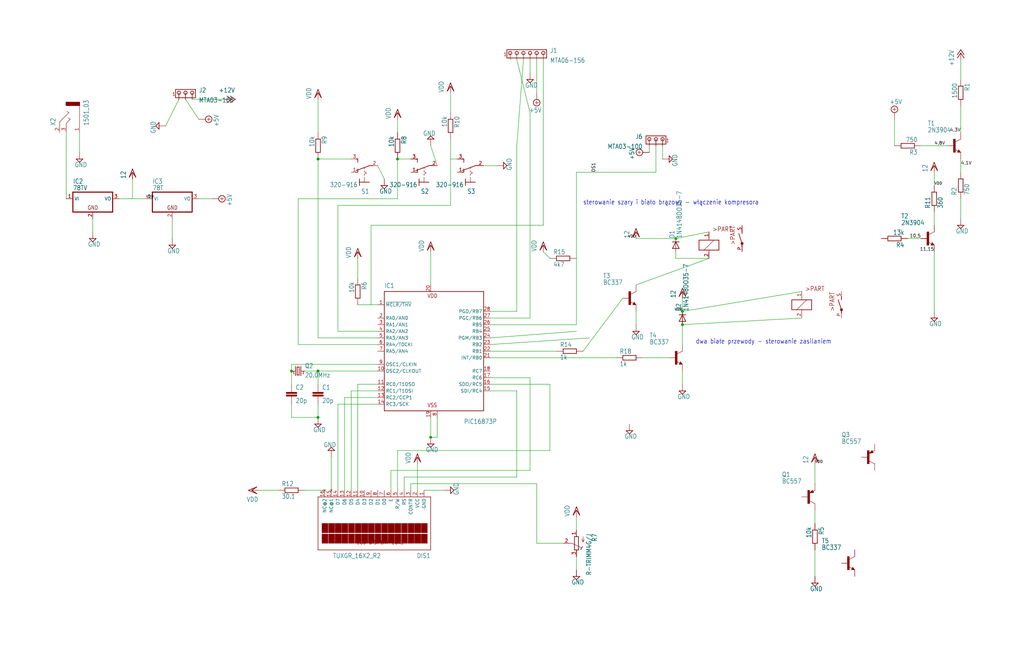
<source format=kicad_sch>
(kicad_sch (version 20211123) (generator eeschema)
  (paper "User" 392.582 247.625)
  (lib_symbols
    (symbol "schemat_regulatora-eagle-import:+12V" (power)
      (property "Value" "+12V" (at -2.54 -5.08 90))
      (symbol "+12V_1_0"
        (pin power_in line (at 0 -2.54 90) (length 2.54) (name "+12V") (number "1"))
      )
    )
    (symbol "schemat_regulatora-eagle-import:+5V" (power)
      (property "Value" "+5V" (at -1.905 3.175 0))
      (symbol "+5V_1_0"
        (pin power_in line (at 0 -2.54 90) (length 2.54) (name "+5V") (number "1"))
      )
    )
    (symbol "schemat_regulatora-eagle-import:1501_03"
      (property "Reference" "X" (at -2.54 6.604 0))
      (property "Value" "1501_03" (at -2.54 -6.096 0))
      (symbol "1501_03_1_0"
        (pin passive line (at -5.08 -2.54 0) (length 2.54) (name "1") (number "1"))
        (pin passive line (at -5.08 5.08 0) (length 2.54) (name "2") (number "2"))
        (pin passive line (at -5.08 2.54 0) (length 2.54) (name "3") (number "3"))
      )
    )
    (symbol "schemat_regulatora-eagle-import:1N4148DO35-7"
      (property "Reference" "D" (at 2.54 0.4826 0))
      (property "Value" "1N4148DO35-7" (at 2.54 -2.3114 0))
      (symbol "1N4148DO35-7_1_0"
        (pin passive line (at -2.54 0 0) (length 2.54) (name "A") (number "A"))
        (pin passive line (at 2.54 0 180) (length 2.54) (name "C") (number "C"))
      )
    )
    (symbol "schemat_regulatora-eagle-import:2N3904"
      (property "Reference" "T" (at -10.16 7.62 0))
      (property "Value" "2N3904" (at -10.16 5.08 0))
      (symbol "2N3904_1_0"
        (pin passive line (at 2.54 5.08 270) (length 2.54) (name "C") (number "1"))
        (pin passive line (at -2.54 0 0) (length 2.54) (name "B") (number "2"))
        (pin passive line (at 2.54 -5.08 90) (length 2.54) (name "E") (number "3"))
      )
    )
    (symbol "schemat_regulatora-eagle-import:320-916"
      (property "Reference" "S" (at -6.35 -1.905 90))
      (property "Value" "320-916" (at -3.81 2.54 90))
      (symbol "320-916_1_0"
        (pin passive line (at 0 5.08 270) (length 2.54) (name "O") (number "1"))
        (pin passive line (at 2.54 -5.08 90) (length 2.54) (name "P") (number "2"))
        (pin passive line (at 5.08 5.08 270) (length 2.54) (name "S") (number "3"))
      )
    )
    (symbol "schemat_regulatora-eagle-import:78T"
      (property "Reference" "IC" (at -7.62 5.715 0))
      (property "Value" "78T" (at -7.62 3.175 0))
      (symbol "78T_1_0"
        (text "GND" (at -2.032 -4.318 0) (effects (font (size 1.524 1.2954)) (justify left bottom)))
        (pin input line (at -10.16 0 0) (length 2.54) (name "VI") (number "1"))
        (pin passive line (at 0 -7.62 90) (length 2.54) (name "GND") (number "2"))
        (pin passive line (at 10.16 0 180) (length 2.54) (name "VO") (number "3"))
      )
    )
    (symbol "schemat_regulatora-eagle-import:78TV"
      (property "Reference" "IC" (at -7.62 5.715 0))
      (property "Value" "78TV" (at -7.62 3.175 0))
      (symbol "78TV_1_0"
        (text "GND" (at -2.032 -4.318 0) (effects (font (size 1.524 1.2954)) (justify left bottom)))
        (pin input line (at -10.16 0 0) (length 2.54) (name "VI") (number "1"))
        (pin passive line (at 0 -7.62 90) (length 2.54) (name "GND") (number "2"))
        (pin passive line (at 10.16 0 180) (length 2.54) (name "VO") (number "3"))
      )
    )
    (symbol "schemat_regulatora-eagle-import:BC337"
      (property "Reference" "T" (at -10.16 7.62 0))
      (property "Value" "BC337" (at -10.16 5.08 0))
      (symbol "BC337_1_0"
        (pin passive line (at 2.54 -5.08 90) (length 2.54) (name "E") (number "1"))
        (pin passive line (at -2.54 0 0) (length 2.54) (name "B") (number "2"))
        (pin passive line (at 2.54 5.08 270) (length 2.54) (name "C") (number "3"))
      )
    )
    (symbol "schemat_regulatora-eagle-import:BC557"
      (property "Reference" "Q" (at -10.16 7.62 0))
      (property "Value" "BC557" (at -10.16 5.08 0))
      (symbol "BC557_1_0"
        (pin passive line (at 2.54 5.08 270) (length 2.54) (name "E") (number "1"))
        (pin passive line (at -2.54 0 0) (length 2.54) (name "B") (number "2"))
        (pin passive line (at 2.54 -5.08 90) (length 2.54) (name "C") (number "3"))
      )
    )
    (symbol "schemat_regulatora-eagle-import:C5{slash}4.5"
      (property "Reference" "C" (at 1.524 0.381 0))
      (property "Value" "C5{slash}4.5" (at 1.524 -4.699 0))
      (symbol "C5{slash}4.5_1_0"
        (pin passive line (at 0 2.54 270) (length 2.54) (name "1") (number "1"))
        (pin passive line (at 0 -5.08 90) (length 2.54) (name "2") (number "2"))
      )
    )
    (symbol "schemat_regulatora-eagle-import:CRYSTALHC49S"
      (property "Reference" "Q" (at 2.54 1.016 0))
      (property "Value" "CRYSTALHC49S" (at 2.54 -2.54 0))
      (symbol "CRYSTALHC49S_1_0"
        (text "1" (at -2.159 -1.143 0) (effects (font (size 0.8636 0.734)) (justify left bottom)))
        (text "2" (at 1.524 -1.143 0) (effects (font (size 0.8636 0.734)) (justify left bottom)))
        (pin passive line (at -2.54 0 0) (length 0) (name "1") (number "1"))
        (pin passive line (at 2.54 0 180) (length 0) (name "2") (number "2"))
      )
    )
    (symbol "schemat_regulatora-eagle-import:G2RA"
      (symbol "G2RA_1_0"
        (text ">PART" (at 1.27 5.08 0) (effects (font (size 1.778 1.5113)) (justify left bottom)))
        (pin passive line (at 0 5.08 270) (length 2.54) (name "1") (number "1"))
        (pin passive line (at 0 -5.08 90) (length 2.54) (name "2") (number "2"))
      )
      (symbol "G2RA_2_0"
        (text ">PART" (at -2.54 -2.54 900) (effects (font (size 1.778 1.5113)) (justify left bottom)))
        (pin passive line (at 0 -5.08 90) (length 2.54) (name "P") (number "P"))
        (pin passive line (at 0 5.08 270) (length 2.54) (name "S") (number "S"))
      )
    )
    (symbol "schemat_regulatora-eagle-import:GND" (power)
      (property "Value" "GND" (at -1.905 -3.175 0))
      (symbol "GND_1_0"
        (pin power_in line (at 0 2.54 270) (length 2.54) (name "GND") (number "1"))
      )
    )
    (symbol "schemat_regulatora-eagle-import:MTA03-100"
      (property "Reference" "J" (at 5.08 0 0))
      (property "Value" "MTA03-100" (at 5.08 -3.81 0))
      (symbol "MTA03-100_1_0"
        (text "1" (at -5.08 -1.27 0) (effects (font (size 1.27 1.0795)) (justify left bottom)))
        (pin passive line (at -2.54 -2.54 90) (length 2.54) (name "1") (number "1"))
        (pin passive line (at 0 -2.54 90) (length 2.54) (name "2") (number "2"))
        (pin passive line (at 2.54 -2.54 90) (length 2.54) (name "3") (number "3"))
      )
    )
    (symbol "schemat_regulatora-eagle-import:MTA06-156"
      (property "Reference" "J" (at 15.24 0 0))
      (property "Value" "MTA06-156" (at 15.24 -3.81 0))
      (symbol "MTA06-156_1_0"
        (text "1" (at -2.54 -1.27 0) (effects (font (size 1.27 1.0795)) (justify left bottom)))
        (pin passive line (at 0 -2.54 90) (length 2.54) (name "1") (number "1"))
        (pin passive line (at 2.54 -2.54 90) (length 2.54) (name "2") (number "2"))
        (pin passive line (at 5.08 -2.54 90) (length 2.54) (name "3") (number "3"))
        (pin passive line (at 7.62 -2.54 90) (length 2.54) (name "4") (number "4"))
        (pin passive line (at 10.16 -2.54 90) (length 2.54) (name "5") (number "5"))
        (pin passive line (at 12.7 -2.54 90) (length 2.54) (name "6") (number "6"))
      )
    )
    (symbol "schemat_regulatora-eagle-import:PIC16873P"
      (property "Reference" "IC" (at -17.78 24.13 0))
      (property "Value" "PIC16873P" (at 7.62 -25.4 0))
      (symbol "PIC16873P_1_0"
        (text "VDD" (at -1.27 20.32 0) (effects (font (size 1.524 1.2954)) (justify left bottom)))
        (text "VSS" (at -1.27 -21.59 0) (effects (font (size 1.524 1.2954)) (justify left bottom)))
        (pin input line (at -20.32 17.78 0) (length 2.54) (name "~{MCLR/THV}") (number "1"))
        (pin output line (at -20.32 -7.62 0) (length 2.54) (name "OSC2/CLKOUT") (number "10"))
        (pin bidirectional line (at -20.32 -12.7 0) (length 2.54) (name "RC0/T1OSO") (number "11"))
        (pin bidirectional line (at -20.32 -15.24 0) (length 2.54) (name "RC1/T1OSI") (number "12"))
        (pin bidirectional line (at -20.32 -17.78 0) (length 2.54) (name "RC2/CCP1") (number "13"))
        (pin bidirectional line (at -20.32 -20.32 0) (length 2.54) (name "RC3/SCK") (number "14"))
        (pin bidirectional line (at 22.86 -15.24 180) (length 2.54) (name "SDI/RC4") (number "15"))
        (pin bidirectional line (at 22.86 -12.7 180) (length 2.54) (name "SDO/RC5") (number "16"))
        (pin bidirectional line (at 22.86 -10.16 180) (length 2.54) (name "RC6") (number "17"))
        (pin bidirectional line (at 22.86 -7.62 180) (length 2.54) (name "RC7") (number "18"))
        (pin power_in line (at 0 -25.4 90) (length 2.54) (name "VSS@1") (number "19"))
        (pin bidirectional line (at -20.32 12.7 0) (length 2.54) (name "RA0/AN0") (number "2"))
        (pin power_in line (at 0 25.4 270) (length 2.54) (name "VDD") (number "20"))
        (pin bidirectional line (at 22.86 -2.54 180) (length 2.54) (name "INT/RB0") (number "21"))
        (pin bidirectional line (at 22.86 0 180) (length 2.54) (name "RB1") (number "22"))
        (pin bidirectional line (at 22.86 2.54 180) (length 2.54) (name "RB2") (number "23"))
        (pin bidirectional line (at 22.86 5.08 180) (length 2.54) (name "PGM/RB3") (number "24"))
        (pin bidirectional line (at 22.86 7.62 180) (length 2.54) (name "RB4") (number "25"))
        (pin bidirectional line (at 22.86 10.16 180) (length 2.54) (name "RB5") (number "26"))
        (pin bidirectional line (at 22.86 12.7 180) (length 2.54) (name "PGC/RB6") (number "27"))
        (pin bidirectional line (at 22.86 15.24 180) (length 2.54) (name "PGD/RB7") (number "28"))
        (pin bidirectional line (at -20.32 10.16 0) (length 2.54) (name "RA1/AN1") (number "3"))
        (pin bidirectional line (at -20.32 7.62 0) (length 2.54) (name "RA2/AN2") (number "4"))
        (pin bidirectional line (at -20.32 5.08 0) (length 2.54) (name "RA3/AN3") (number "5"))
        (pin bidirectional line (at -20.32 2.54 0) (length 2.54) (name "RA4/T0CKI") (number "6"))
        (pin bidirectional line (at -20.32 0 0) (length 2.54) (name "RA5/AN4") (number "7"))
        (pin power_in line (at 2.54 -25.4 90) (length 2.54) (name "VSS") (number "8"))
        (pin input line (at -20.32 -5.08 0) (length 2.54) (name "OSC1/CLKIN") (number "9"))
      )
    )
    (symbol "schemat_regulatora-eagle-import:R-EU_0204{slash}7"
      (property "Reference" "R" (at -3.81 1.4986 0))
      (property "Value" "R-EU_0204{slash}7" (at -3.81 -3.302 0))
      (symbol "R-EU_0204{slash}7_1_0"
        (pin passive line (at -5.08 0 0) (length 2.54) (name "1") (number "1"))
        (pin passive line (at 5.08 0 180) (length 2.54) (name "2") (number "2"))
      )
    )
    (symbol "schemat_regulatora-eagle-import:R-TRIMM4G{slash}J"
      (property "Reference" "R" (at -5.969 -3.81 90))
      (property "Value" "R-TRIMM4G{slash}J" (at -3.81 -3.81 90))
      (symbol "R-TRIMM4G{slash}J_1_0"
        (pin passive line (at 0 -5.08 90) (length 2.54) (name "E") (number "1"))
        (pin passive line (at 5.08 0 180) (length 2.54) (name "S") (number "2"))
        (pin passive line (at 0 5.08 270) (length 2.54) (name "A") (number "3"))
      )
    )
    (symbol "schemat_regulatora-eagle-import:TUXGR_16X2_R2"
      (property "Reference" "DIS" (at -20.32 13.97 0))
      (property "Value" "TUXGR_16X2_R2" (at -1.27 13.97 0))
      (symbol "TUXGR_16X2_R2_1_0"
        (text "LCD DISPLAY 16x2" (at -10.16 10.668 0) (effects (font (size 1.524 1.2954)) (justify left bottom)))
        (pin power_in line (at -17.78 -10.16 90) (length 2.54) (name "GND") (number "1"))
        (pin input line (at 5.08 -10.16 90) (length 2.54) (name "D3") (number "10"))
        (pin input line (at 7.62 -10.16 90) (length 2.54) (name "D4") (number "11"))
        (pin input line (at 10.16 -10.16 90) (length 2.54) (name "D5") (number "12"))
        (pin input line (at 12.7 -10.16 90) (length 2.54) (name "D6") (number "13"))
        (pin input line (at 15.24 -10.16 90) (length 2.54) (name "D7") (number "14"))
        (pin no_connect line (at 17.78 -10.16 90) (length 2.54) (name "NC@1") (number "15"))
        (pin no_connect line (at 20.32 -10.16 90) (length 2.54) (name "NC@2") (number "16"))
        (pin power_in line (at -15.24 -10.16 90) (length 2.54) (name "VCC") (number "2"))
        (pin input line (at -12.7 -10.16 90) (length 2.54) (name "CONTR") (number "3"))
        (pin input line (at -10.16 -10.16 90) (length 2.54) (name "RS") (number "4"))
        (pin input line (at -7.62 -10.16 90) (length 2.54) (name "R/W") (number "5"))
        (pin input line (at -5.08 -10.16 90) (length 2.54) (name "E") (number "6"))
        (pin input line (at -2.54 -10.16 90) (length 2.54) (name "D0") (number "7"))
        (pin input line (at 0 -10.16 90) (length 2.54) (name "D1") (number "8"))
        (pin input line (at 2.54 -10.16 90) (length 2.54) (name "D2") (number "9"))
      )
    )
    (symbol "schemat_regulatora-eagle-import:VDD" (power)
      (property "Value" "VDD" (at -2.54 -2.54 90))
      (symbol "VDD_1_0"
        (pin power_in line (at 0 -2.54 90) (length 2.54) (name "VDD") (number "1"))
      )
    )
  )
  (junction (at 261.62 124.46))
  (junction (at 261.62 119.38))
  (junction (at 121.92 142.24))
  (junction (at 111.76 142.24))
  (junction (at 259.08 91.44))
  (junction (at 121.92 160.02))
  (junction (at 165.1 167.64))
  (junction (at 152.4 60.96))
  (junction (at 121.92 60.96))
  (wire (pts (xy 144.78 147.32) (xy 137.16 147.32)))
  (wire (pts (xy 81.28 76.2) (xy 76.2 76.2)))
  (wire (pts (xy 261.62 124.46) (xy 307.34 121.92)))
  (wire (pts (xy 111.76 154.94) (xy 111.76 160.02)))
  (wire (pts (xy 76.2 45.72) (xy 71.12 38.1)))
  (wire (pts (xy 121.92 38.1) (xy 121.92 50.8)))
  (wire (pts (xy 172.72 78.74) (xy 172.72 60.96)))
  (wire (pts (xy 203.2 180.34) (xy 203.2 144.78)))
  (wire (pts (xy 198.12 55.88) (xy 200.66 22.86)))
  (wire (pts (xy 248.92 58.42) (xy 248.92 55.88)))
  (wire (pts (xy 187.96 129.54) (xy 220.98 127)))
  (wire (pts (xy 127 175.26) (xy 127 187.96)))
  (wire (pts (xy 358.14 96.52) (xy 358.14 119.38)))
  (wire (pts (xy 198.12 182.88) (xy 198.12 149.86)))
  (wire (pts (xy 129.54 154.94) (xy 129.54 187.96)))
  (wire (pts (xy 261.62 147.32) (xy 261.62 142.24)))
  (wire (pts (xy 142.24 116.84) (xy 144.78 116.84)))
  (wire (pts (xy 312.42 195.58) (xy 312.42 200.66)))
  (wire (pts (xy 152.4 45.72) (xy 152.4 50.8)))
  (wire (pts (xy 220.98 198.12) (xy 220.98 203.2)))
  (wire (pts (xy 142.24 86.36) (xy 208.28 86.36)))
  (wire (pts (xy 111.76 160.02) (xy 121.92 160.02)))
  (wire (pts (xy 144.78 149.86) (xy 134.62 149.86)))
  (wire (pts (xy 160.02 177.8) (xy 160.02 187.96)))
  (wire (pts (xy 165.1 55.88) (xy 167.64 63.5)))
  (wire (pts (xy 198.12 149.86) (xy 187.96 149.86)))
  (wire (pts (xy 203.2 22.86) (xy 203.2 27.94)))
  (wire (pts (xy 152.4 76.2) (xy 152.4 60.96)))
  (wire (pts (xy 243.84 109.22) (xy 271.78 99.06)))
  (wire (pts (xy 254 60.96) (xy 254 55.88)))
  (wire (pts (xy 149.86 187.96) (xy 149.86 180.34)))
  (wire (pts (xy 187.96 134.62) (xy 213.36 134.62)))
  (wire (pts (xy 63.5 48.26) (xy 68.58 38.1)))
  (wire (pts (xy 86.36 38.1) (xy 73.66 38.1)))
  (wire (pts (xy 137.16 116.84) (xy 142.24 116.84)))
  (wire (pts (xy 137.16 147.32) (xy 137.16 187.96)))
  (wire (pts (xy 261.62 119.38) (xy 307.34 111.76)))
  (wire (pts (xy 208.28 96.52) (xy 210.82 99.06)))
  (wire (pts (xy 154.94 187.96) (xy 154.94 182.88)))
  (wire (pts (xy 187.96 124.46) (xy 220.98 124.46)))
  (wire (pts (xy 172.72 53.34) (xy 172.72 60.96)))
  (wire (pts (xy 121.92 129.54) (xy 121.92 60.96)))
  (wire (pts (xy 30.48 58.42) (xy 30.48 50.8)))
  (wire (pts (xy 190.5 63.5) (xy 185.42 63.5)))
  (wire (pts (xy 210.82 172.72) (xy 152.4 172.72)))
  (wire (pts (xy 144.78 154.94) (xy 129.54 154.94)))
  (wire (pts (xy 144.78 152.4) (xy 132.08 152.4)))
  (wire (pts (xy 152.4 60.96) (xy 157.48 60.96)))
  (wire (pts (xy 172.72 35.56) (xy 172.72 43.18)))
  (wire (pts (xy 121.92 160.02) (xy 121.92 154.94)))
  (wire (pts (xy 111.76 139.7) (xy 144.78 139.7)))
  (wire (pts (xy 172.72 60.96) (xy 175.26 60.96)))
  (wire (pts (xy 187.96 137.16) (xy 236.22 137.16)))
  (wire (pts (xy 198.12 55.88) (xy 198.12 119.38)))
  (wire (pts (xy 50.8 76.2) (xy 50.8 68.58)))
  (wire (pts (xy 116.84 142.24) (xy 121.92 142.24)))
  (wire (pts (xy 223.52 134.62) (xy 238.76 114.3)))
  (wire (pts (xy 149.86 180.34) (xy 203.2 180.34)))
  (wire (pts (xy 111.76 142.24) (xy 111.76 139.7)))
  (wire (pts (xy 187.96 132.08) (xy 226.06 129.54)))
  (wire (pts (xy 210.82 147.32) (xy 210.82 172.72)))
  (wire (pts (xy 134.62 60.96) (xy 121.92 60.96)))
  (wire (pts (xy 170.18 187.96) (xy 162.56 187.96)))
  (wire (pts (xy 144.78 132.08) (xy 114.3 132.08)))
  (wire (pts (xy 121.92 142.24) (xy 144.78 142.24)))
  (wire (pts (xy 208.28 86.36) (xy 208.28 22.86)))
  (wire (pts (xy 347.98 91.44) (xy 353.06 91.44)))
  (wire (pts (xy 111.76 147.32) (xy 111.76 142.24)))
  (wire (pts (xy 312.42 177.8) (xy 312.42 185.42)))
  (wire (pts (xy 205.74 35.56) (xy 205.74 22.86)))
  (wire (pts (xy 50.8 76.2) (xy 45.72 76.2)))
  (wire (pts (xy 220.98 124.46) (xy 220.98 99.06)))
  (wire (pts (xy 187.96 144.78) (xy 203.2 144.78)))
  (wire (pts (xy 187.96 119.38) (xy 198.12 119.38)))
  (wire (pts (xy 165.1 167.64) (xy 167.64 167.64)))
  (wire (pts (xy 154.94 182.88) (xy 198.12 182.88)))
  (wire (pts (xy 116.84 187.96) (xy 124.46 187.96)))
  (wire (pts (xy 246.38 137.16) (xy 256.54 137.16)))
  (wire (pts (xy 137.16 99.06) (xy 137.16 106.68)))
  (wire (pts (xy 129.54 127) (xy 129.54 78.74)))
  (wire (pts (xy 134.62 149.86) (xy 134.62 187.96)))
  (wire (pts (xy 114.3 132.08) (xy 114.3 76.2)))
  (wire (pts (xy 358.14 71.12) (xy 358.14 66.04)))
  (wire (pts (xy 157.48 187.96) (xy 157.48 185.42)))
  (wire (pts (xy 220.98 66.04) (xy 251.46 66.04)))
  (wire (pts (xy 220.98 213.36) (xy 220.98 218.44)))
  (wire (pts (xy 198.12 22.86) (xy 203.2 43.18)))
  (wire (pts (xy 259.08 91.44) (xy 271.78 88.9)))
  (wire (pts (xy 312.42 220.98) (xy 312.42 210.82)))
  (wire (pts (xy 261.62 132.08) (xy 261.62 124.46)))
  (wire (pts (xy 187.96 147.32) (xy 210.82 147.32)))
  (wire (pts (xy 368.3 83.82) (xy 368.3 76.2)))
  (wire (pts (xy 114.3 76.2) (xy 152.4 76.2)))
  (wire (pts (xy 144.78 127) (xy 129.54 127)))
  (wire (pts (xy 205.74 208.28) (xy 215.9 208.28)))
  (wire (pts (xy 259.08 99.06) (xy 259.08 96.52)))
  (wire (pts (xy 251.46 66.04) (xy 251.46 55.88)))
  (wire (pts (xy 165.1 96.52) (xy 165.1 109.22)))
  (wire (pts (xy 142.24 116.84) (xy 142.24 86.36)))
  (wire (pts (xy 99.06 187.96) (xy 106.68 187.96)))
  (wire (pts (xy 261.62 119.38) (xy 261.62 114.3)))
  (wire (pts (xy 152.4 172.72) (xy 152.4 187.96)))
  (wire (pts (xy 368.3 40.64) (xy 368.3 50.8)))
  (wire (pts (xy 243.84 124.46) (xy 243.84 119.38)))
  (wire (pts (xy 220.98 99.06) (xy 220.98 66.04)))
  (wire (pts (xy 129.54 78.74) (xy 172.72 78.74)))
  (wire (pts (xy 121.92 142.24) (xy 121.92 147.32)))
  (wire (pts (xy 165.1 160.02) (xy 165.1 167.64)))
  (wire (pts (xy 342.9 45.72) (xy 342.9 55.88)))
  (wire (pts (xy 187.96 121.92) (xy 203.2 121.92)))
  (wire (pts (xy 147.32 68.58) (xy 144.78 63.5)))
  (wire (pts (xy 66.04 91.44) (xy 66.04 83.82)))
  (wire (pts (xy 353.06 55.88) (xy 363.22 55.88)))
  (wire (pts (xy 368.3 30.48) (xy 368.3 22.86)))
  (wire (pts (xy 144.78 129.54) (xy 121.92 129.54)))
  (wire (pts (xy 243.84 91.44) (xy 259.08 91.44)))
  (wire (pts (xy 205.74 185.42) (xy 205.74 208.28)))
  (wire (pts (xy 35.56 88.9) (xy 35.56 83.82)))
  (wire (pts (xy 203.2 43.18) (xy 203.2 121.92)))
  (wire (pts (xy 368.3 60.96) (xy 368.3 66.04)))
  (wire (pts (xy 271.78 99.06) (xy 259.08 99.06)))
  (wire (pts (xy 358.14 81.28) (xy 358.14 86.36)))
  (wire (pts (xy 157.48 185.42) (xy 205.74 185.42)))
  (wire (pts (xy 55.88 76.2) (xy 50.8 76.2)))
  (wire (pts (xy 132.08 152.4) (xy 132.08 187.96)))
  (wire (pts (xy 25.4 50.8) (xy 25.4 76.2)))
  (wire (pts (xy 167.64 167.64) (xy 167.64 160.02)))
  (text "sterowanie szary i biało brązowy - włączenie kompresora" (at 223.52 78.74 0) (effects (font (size 1.778 1.5113)) (justify left bottom)))
  (text "dwa białe przewody - sterowanie zasilaniem" (at 266.7 132.08 180) (effects (font (size 1.778 1.5113)) (justify left bottom)))
  (label "4,3V" (at 368.3 50.8 180) (effects (font (size 1.2446 1.2446))))
  (label "VDD" (at 55.88 76.2 0) (effects (font (size 1.016 1.016))))
  (label "11,15" (at 358.14 96.52 180) (effects (font (size 1.2446 1.2446))))
  (label "4,8V" (at 358.14 55.88 0) (effects (font (size 1.2446 1.2446))))
  (label "DS1" (at 228.6 66.04 90) (effects (font (size 1.2446 1.2446))))
  (label "10,5" (at 353.06 91.44 180) (effects (font (size 1.2446 1.2446))))
  (label "4,1V" (at 368.3 63.5 0) (effects (font (size 1.2446 1.2446))))
  (label "VDD" (at 261.62 119.38 180) (effects (font (size 1.016 1.016))))
  (label "VDD" (at 243.84 91.44 180) (effects (font (size 1.016 1.016))))
  (label "VDD" (at 358.14 71.12 0) (effects (font (size 1.016 1.016))))
  (label "VDD" (at 312.42 177.8 0) (effects (font (size 1.016 1.016))))
  (symbol (lib_id "schemat_regulatora-eagle-import:VDD") (at 208.28 93.98 0) (unit 1)
    (property "Reference" "#VDD9" (effects hide))
    (property "Value" "VDD" (at 205.74 96.52 90) (effects (font (size 1.778 1.5113)) (justify left bottom)))
    (property "Footprint" "schemat_regulatora:" (effects hide))
  )
  (symbol (lib_id "schemat_regulatora-eagle-import:GND") (at 203.2 30.48 0) (unit 1)
    (property "Reference" "#GND3" (effects hide))
    (property "Value" "GND" (at 201.295 33.655 0) (effects (font (size 1.778 1.5113)) (justify left bottom)))
    (property "Footprint" "schemat_regulatora:" (effects hide))
  )
  (symbol (lib_id "schemat_regulatora-eagle-import:1N4148DO35-7") (at 259.08 93.98 90) (unit 1)
    (property "Reference" "D1" (at 258.5974 91.44 0) (effects (font (size 1.778 1.5113)) (justify left bottom)))
    (property "Value" "1N4148DO35-7" (at 261.3914 91.44 0) (effects (font (size 1.778 1.5113)) (justify left bottom)))
    (property "Footprint" "schemat_regulatora:DO35-7" (effects hide))
  )
  (symbol (lib_id "schemat_regulatora-eagle-import:78T") (at 66.04 76.2 0) (unit 1)
    (property "Reference" "IC3" (at 58.42 70.485 0) (effects (font (size 1.778 1.5113)) (justify left bottom)))
    (property "Value" "78T" (at 58.42 73.025 0) (effects (font (size 1.778 1.5113)) (justify left bottom)))
    (property "Footprint" "schemat_regulatora:TO220H" (effects hide))
  )
  (symbol (lib_id "schemat_regulatora-eagle-import:C5{slash}4.5") (at 121.92 149.86 0) (unit 1)
    (property "Reference" "C1" (at 123.444 149.479 0) (effects (font (size 1.778 1.5113)) (justify left bottom)))
    (property "Value" "20p" (at 123.444 154.559 0) (effects (font (size 1.778 1.5113)) (justify left bottom)))
    (property "Footprint" "schemat_regulatora:C5B4.5" (effects hide))
  )
  (symbol (lib_id "schemat_regulatora-eagle-import:VDD") (at 172.72 33.02 0) (unit 1)
    (property "Reference" "#VDD5" (effects hide))
    (property "Value" "VDD" (at 170.18 35.56 90) (effects (font (size 1.778 1.5113)) (justify left bottom)))
    (property "Footprint" "schemat_regulatora:" (effects hide))
  )
  (symbol (lib_id "schemat_regulatora-eagle-import:R-EU_0204{slash}7") (at 152.4 55.88 270) (unit 1)
    (property "Reference" "R8" (at 153.8986 52.07 0) (effects (font (size 1.778 1.5113)) (justify left bottom)))
    (property "Value" "10k" (at 149.098 52.07 0) (effects (font (size 1.778 1.5113)) (justify left bottom)))
    (property "Footprint" "schemat_regulatora:0204_7" (effects hide))
  )
  (symbol (lib_id "schemat_regulatora-eagle-import:GND") (at 35.56 91.44 0) (unit 1)
    (property "Reference" "#GND5" (effects hide))
    (property "Value" "GND" (at 33.655 94.615 0) (effects (font (size 1.778 1.5113)) (justify left bottom)))
    (property "Footprint" "schemat_regulatora:" (effects hide))
  )
  (symbol (lib_id "schemat_regulatora-eagle-import:VDD") (at 96.52 187.96 90) (unit 1)
    (property "Reference" "#VDD8" (effects hide))
    (property "Value" "VDD" (at 99.06 190.5 90) (effects (font (size 1.778 1.5113)) (justify left bottom)))
    (property "Footprint" "schemat_regulatora:" (effects hide))
  )
  (symbol (lib_id "schemat_regulatora-eagle-import:R-EU_0204{slash}7") (at 215.9 99.06 0) (unit 1)
    (property "Reference" "R15" (at 212.09 97.5614 0) (effects (font (size 1.778 1.5113)) (justify left bottom)))
    (property "Value" "4k7" (at 212.09 102.362 0) (effects (font (size 1.778 1.5113)) (justify left bottom)))
    (property "Footprint" "schemat_regulatora:0204_7" (effects hide))
  )
  (symbol (lib_id "schemat_regulatora-eagle-import:CRYSTALHC49S") (at 114.3 142.24 0) (unit 1)
    (property "Reference" "Q2" (at 116.84 141.224 0) (effects (font (size 1.778 1.5113)) (justify left bottom)))
    (property "Value" "20.0MHz" (at 116.84 144.78 0) (effects (font (size 1.778 1.5113)) (justify left bottom)))
    (property "Footprint" "schemat_regulatora:HC49_S" (effects hide))
  )
  (symbol (lib_id "schemat_regulatora-eagle-import:MTA06-156") (at 195.58 20.32 0) (unit 1)
    (property "Reference" "J1" (at 210.82 20.32 0) (effects (font (size 1.778 1.5113)) (justify left bottom)))
    (property "Value" "MTA06-156" (at 210.82 24.13 0) (effects (font (size 1.778 1.5113)) (justify left bottom)))
    (property "Footprint" "schemat_regulatora:1X6MTA" (effects hide))
  )
  (symbol (lib_id "schemat_regulatora-eagle-import:MTA03-100") (at 251.46 53.34 0) (mirror y) (unit 1)
    (property "Reference" "J6" (at 246.38 53.34 0) (effects (font (size 1.778 1.5113)) (justify left bottom)))
    (property "Value" "MTA03-100" (at 246.38 57.15 0) (effects (font (size 1.778 1.5113)) (justify left bottom)))
    (property "Footprint" "schemat_regulatora:10X03MTA" (effects hide))
  )
  (symbol (lib_id "schemat_regulatora-eagle-import:VDD") (at 165.1 93.98 0) (unit 1)
    (property "Reference" "#VDD1" (effects hide))
    (property "Value" "VDD" (at 162.56 96.52 90) (effects (font (size 1.778 1.5113)) (justify left bottom)))
    (property "Footprint" "schemat_regulatora:" (effects hide))
  )
  (symbol (lib_id "schemat_regulatora-eagle-import:320-916") (at 162.56 66.04 90) (unit 1)
    (property "Reference" "S2" (at 164.465 72.39 90) (effects (font (size 1.778 1.5113)) (justify left bottom)))
    (property "Value" "320-916" (at 160.02 69.85 90) (effects (font (size 1.778 1.5113)) (justify left bottom)))
    (property "Footprint" "schemat_regulatora:320-916" (effects hide))
  )
  (symbol (lib_id "schemat_regulatora-eagle-import:+5V") (at 342.9 43.18 0) (unit 1)
    (property "Reference" "#P+1" (effects hide))
    (property "Value" "+5V" (at 340.995 40.005 0) (effects (font (size 1.778 1.5113)) (justify left bottom)))
    (property "Footprint" "schemat_regulatora:" (effects hide))
  )
  (symbol (lib_id "schemat_regulatora-eagle-import:R-EU_0204{slash}7") (at 358.14 76.2 90) (unit 1)
    (property "Reference" "R11" (at 356.6414 80.01 0) (effects (font (size 1.778 1.5113)) (justify left bottom)))
    (property "Value" "360" (at 361.442 80.01 0) (effects (font (size 1.778 1.5113)) (justify left bottom)))
    (property "Footprint" "schemat_regulatora:0204_7" (effects hide))
  )
  (symbol (lib_id "schemat_regulatora-eagle-import:GND") (at 172.72 187.96 90) (unit 1)
    (property "Reference" "#SUPPLY3" (effects hide))
    (property "Value" "GND" (at 175.895 189.865 0) (effects (font (size 1.778 1.5113)) (justify left bottom)))
    (property "Footprint" "schemat_regulatora:" (effects hide))
  )
  (symbol (lib_id "schemat_regulatora-eagle-import:R-EU_0204{slash}7") (at 111.76 187.96 0) (unit 1)
    (property "Reference" "R12" (at 107.95 186.4614 0) (effects (font (size 1.778 1.5113)) (justify left bottom)))
    (property "Value" "30.1" (at 107.95 191.262 0) (effects (font (size 1.778 1.5113)) (justify left bottom)))
    (property "Footprint" "schemat_regulatora:0204_7" (effects hide))
  )
  (symbol (lib_id "schemat_regulatora-eagle-import:R-TRIMM4G{slash}J") (at 220.98 208.28 180) (unit 1)
    (property "Reference" "R7" (at 226.949 204.47 90) (effects (font (size 1.778 1.5113)) (justify left bottom)))
    (property "Value" "R-TRIMM4G{slash}J" (at 224.79 204.47 90) (effects (font (size 1.778 1.5113)) (justify left bottom)))
    (property "Footprint" "schemat_regulatora:RTRIM4G_J" (effects hide))
  )
  (symbol (lib_id "schemat_regulatora-eagle-import:GND") (at 60.96 48.26 270) (unit 1)
    (property "Reference" "#GND7" (effects hide))
    (property "Value" "GND" (at 57.785 46.355 0) (effects (font (size 1.778 1.5113)) (justify left bottom)))
    (property "Footprint" "schemat_regulatora:" (effects hide))
  )
  (symbol (lib_id "schemat_regulatora-eagle-import:78TV") (at 35.56 76.2 0) (unit 1)
    (property "Reference" "IC2" (at 27.94 70.485 0) (effects (font (size 1.778 1.5113)) (justify left bottom)))
    (property "Value" "78TV" (at 27.94 73.025 0) (effects (font (size 1.778 1.5113)) (justify left bottom)))
    (property "Footprint" "schemat_regulatora:TO220V" (effects hide))
  )
  (symbol (lib_id "schemat_regulatora-eagle-import:1501_03") (at 27.94 45.72 90) (unit 1)
    (property "Reference" "X2" (at 21.336 48.26 0) (effects (font (size 1.778 1.5113)) (justify left bottom)))
    (property "Value" "1501_03" (at 34.036 48.26 0) (effects (font (size 1.778 1.5113)) (justify left bottom)))
    (property "Footprint" "schemat_regulatora:1501_03" (effects hide))
  )
  (symbol (lib_id "schemat_regulatora-eagle-import:R-EU_0204{slash}7") (at 241.3 137.16 0) (unit 1)
    (property "Reference" "R18" (at 237.49 135.6614 0) (effects (font (size 1.778 1.5113)) (justify left bottom)))
    (property "Value" "1k" (at 237.49 140.462 0) (effects (font (size 1.778 1.5113)) (justify left bottom)))
    (property "Footprint" "schemat_regulatora:0204_7" (effects hide))
  )
  (symbol (lib_id "schemat_regulatora-eagle-import:GND") (at 358.14 121.92 0) (unit 1)
    (property "Reference" "#GND1" (effects hide))
    (property "Value" "GND" (at 356.235 125.095 0) (effects (font (size 1.778 1.5113)) (justify left bottom)))
    (property "Footprint" "schemat_regulatora:" (effects hide))
  )
  (symbol (lib_id "schemat_regulatora-eagle-import:GND") (at 66.04 93.98 0) (unit 1)
    (property "Reference" "#GND6" (effects hide))
    (property "Value" "GND" (at 64.135 97.155 0) (effects (font (size 1.778 1.5113)) (justify left bottom)))
    (property "Footprint" "schemat_regulatora:" (effects hide))
  )
  (symbol (lib_id "schemat_regulatora-eagle-import:GND") (at 127 172.72 180) (unit 1)
    (property "Reference" "#SUPPLY11" (effects hide))
    (property "Value" "GND" (at 128.905 169.545 0) (effects (font (size 1.778 1.5113)) (justify left bottom)))
    (property "Footprint" "schemat_regulatora:" (effects hide))
  )
  (symbol (lib_id "schemat_regulatora-eagle-import:1N4148DO35-7") (at 261.62 121.92 90) (unit 1)
    (property "Reference" "D2" (at 261.1374 119.38 0) (effects (font (size 1.778 1.5113)) (justify left bottom)))
    (property "Value" "1N4148DO35-7" (at 263.9314 119.38 0) (effects (font (size 1.778 1.5113)) (justify left bottom)))
    (property "Footprint" "schemat_regulatora:DO35-7" (effects hide))
  )
  (symbol (lib_id "schemat_regulatora-eagle-import:2N3904") (at 355.6 91.44 0) (unit 1)
    (property "Reference" "T2" (at 345.44 83.82 0) (effects (font (size 1.778 1.5113)) (justify left bottom)))
    (property "Value" "2N3904" (at 345.44 86.36 0) (effects (font (size 1.778 1.5113)) (justify left bottom)))
    (property "Footprint" "schemat_regulatora:TO92" (effects hide))
  )
  (symbol (lib_id "schemat_regulatora-eagle-import:GND") (at 241.3 165.1 0) (unit 1)
    (property "Reference" "#GND15" (effects hide))
    (property "Value" "GND" (at 239.395 168.275 0) (effects (font (size 1.778 1.5113)) (justify left bottom)))
    (property "Footprint" "schemat_regulatora:" (effects hide))
  )
  (symbol (lib_id "schemat_regulatora-eagle-import:R-EU_0204{slash}7") (at 137.16 111.76 270) (unit 1)
    (property "Reference" "R6" (at 138.6586 107.95 0) (effects (font (size 1.778 1.5113)) (justify left bottom)))
    (property "Value" "10k" (at 133.858 107.95 0) (effects (font (size 1.778 1.5113)) (justify left bottom)))
    (property "Footprint" "schemat_regulatora:0204_7" (effects hide))
  )
  (symbol (lib_id "schemat_regulatora-eagle-import:+5V") (at 205.74 38.1 180) (unit 1)
    (property "Reference" "#SUPPLY8" (effects hide))
    (property "Value" "+5V" (at 207.645 41.275 0) (effects (font (size 1.778 1.5113)) (justify left bottom)))
    (property "Footprint" "schemat_regulatora:" (effects hide))
  )
  (symbol (lib_id "schemat_regulatora-eagle-import:GND") (at 261.62 149.86 0) (unit 1)
    (property "Reference" "#GND18" (effects hide))
    (property "Value" "GND" (at 259.715 153.035 0) (effects (font (size 1.778 1.5113)) (justify left bottom)))
    (property "Footprint" "schemat_regulatora:" (effects hide))
  )
  (symbol (lib_id "schemat_regulatora-eagle-import:BC557") (at 332.74 175.26 0) (unit 1)
    (property "Reference" "Q3" (at 322.58 167.64 0) (effects (font (size 1.778 1.5113)) (justify left bottom)))
    (property "Value" "BC557" (at 322.58 170.18 0) (effects (font (size 1.778 1.5113)) (justify left bottom)))
    (property "Footprint" "schemat_regulatora:TO92" (effects hide))
  )
  (symbol (lib_id "schemat_regulatora-eagle-import:+5V") (at 83.82 76.2 270) (unit 1)
    (property "Reference" "#SUPPLY9" (effects hide))
    (property "Value" "+5V" (at 86.995 74.295 0) (effects (font (size 1.778 1.5113)) (justify left bottom)))
    (property "Footprint" "schemat_regulatora:" (effects hide))
  )
  (symbol (lib_id "schemat_regulatora-eagle-import:VDD") (at 137.16 96.52 0) (unit 1)
    (property "Reference" "#VDD2" (effects hide))
    (property "Value" "VDD" (at 134.62 99.06 90) (effects (font (size 1.778 1.5113)) (justify left bottom)))
    (property "Footprint" "schemat_regulatora:" (effects hide))
  )
  (symbol (lib_id "schemat_regulatora-eagle-import:GND") (at 147.32 71.12 0) (unit 1)
    (property "Reference" "#SUPPLY7" (effects hide))
    (property "Value" "GND" (at 145.415 74.295 0) (effects (font (size 1.778 1.5113)) (justify left bottom)))
    (property "Footprint" "schemat_regulatora:" (effects hide))
  )
  (symbol (lib_id "schemat_regulatora-eagle-import:GND") (at 121.92 162.56 0) (unit 1)
    (property "Reference" "#SUPPLY1" (effects hide))
    (property "Value" "GND" (at 120.015 165.735 0) (effects (font (size 1.778 1.5113)) (justify left bottom)))
    (property "Footprint" "schemat_regulatora:" (effects hide))
  )
  (symbol (lib_id "schemat_regulatora-eagle-import:GND") (at 30.48 60.96 0) (unit 1)
    (property "Reference" "#GND4" (effects hide))
    (property "Value" "GND" (at 28.575 64.135 0) (effects (font (size 1.778 1.5113)) (justify left bottom)))
    (property "Footprint" "schemat_regulatora:" (effects hide))
  )
  (symbol (lib_id "schemat_regulatora-eagle-import:+12V") (at 88.9 38.1 270) (unit 1)
    (property "Reference" "#P+3" (effects hide))
    (property "Value" "+12V" (at 83.82 35.56 90) (effects (font (size 1.778 1.5113)) (justify left bottom)))
    (property "Footprint" "schemat_regulatora:" (effects hide))
  )
  (symbol (lib_id "schemat_regulatora-eagle-import:BC337") (at 259.08 137.16 0) (unit 1)
    (property "Reference" "T4" (at 248.92 129.54 0) (effects (font (size 1.778 1.5113)) (justify left bottom)))
    (property "Value" "BC337" (at 248.92 132.08 0) (effects (font (size 1.778 1.5113)) (justify left bottom)))
    (property "Footprint" "schemat_regulatora:TO92" (effects hide))
  )
  (symbol (lib_id "schemat_regulatora-eagle-import:G2RA") (at 322.58 116.84 0) (unit 2)
    (property "Reference" "K2" (effects hide))
    (property "Value" "G2RA" (effects hide))
    (property "Footprint" "schemat_regulatora:G2RA" (effects hide))
  )
  (symbol (lib_id "schemat_regulatora-eagle-import:R-EU_0204{slash}7") (at 342.9 91.44 180) (unit 1)
    (property "Reference" "R4" (at 346.71 92.9386 0) (effects (font (size 1.778 1.5113)) (justify left bottom)))
    (property "Value" "13k" (at 346.71 88.138 0) (effects (font (size 1.778 1.5113)) (justify left bottom)))
    (property "Footprint" "schemat_regulatora:0204_7" (effects hide))
  )
  (symbol (lib_id "schemat_regulatora-eagle-import:VDD") (at 261.62 111.76 0) (unit 1)
    (property "Reference" "#1" (effects hide))
    (property "Value" "12" (at 259.08 114.3 90) (effects (font (size 1.778 1.5113)) (justify left bottom)))
    (property "Footprint" "schemat_regulatora:" (effects hide))
  )
  (symbol (lib_id "schemat_regulatora-eagle-import:VDD") (at 160.02 175.26 0) (unit 1)
    (property "Reference" "#VDD3" (effects hide))
    (property "Value" "VDD" (at 157.48 177.8 90) (effects (font (size 1.778 1.5113)) (justify left bottom)))
    (property "Footprint" "schemat_regulatora:" (effects hide))
  )
  (symbol (lib_id "schemat_regulatora-eagle-import:G2RA") (at 284.48 91.44 0) (unit 2)
    (property "Reference" "K1" (effects hide))
    (property "Value" "G2RA" (effects hide))
    (property "Footprint" "schemat_regulatora:G2RA" (effects hide))
  )
  (symbol (lib_id "schemat_regulatora-eagle-import:R-EU_0204{slash}7") (at 218.44 134.62 0) (unit 1)
    (property "Reference" "R14" (at 214.63 133.1214 0) (effects (font (size 1.778 1.5113)) (justify left bottom)))
    (property "Value" "1k" (at 214.63 137.922 0) (effects (font (size 1.778 1.5113)) (justify left bottom)))
    (property "Footprint" "schemat_regulatora:0204_7" (effects hide))
  )
  (symbol (lib_id "schemat_regulatora-eagle-import:TUXGR_16X2_R2") (at 144.78 198.12 180) (unit 1)
    (property "Reference" "DIS1" (at 165.1 212.09 0) (effects (font (size 1.778 1.5113)) (justify left bottom)))
    (property "Value" "TUXGR_16X2_R2" (at 146.05 212.09 0) (effects (font (size 1.778 1.5113)) (justify left bottom)))
    (property "Footprint" "schemat_regulatora:TUXGR_16X2_R2" (effects hide))
  )
  (symbol (lib_id "schemat_regulatora-eagle-import:+12V") (at 368.3 20.32 0) (unit 1)
    (property "Reference" "#P+2" (effects hide))
    (property "Value" "+12V" (at 365.76 25.4 90) (effects (font (size 1.778 1.5113)) (justify left bottom)))
    (property "Footprint" "schemat_regulatora:" (effects hide))
  )
  (symbol (lib_id "schemat_regulatora-eagle-import:R-EU_0204{slash}7") (at 347.98 55.88 180) (unit 1)
    (property "Reference" "R3" (at 351.79 57.3786 0) (effects (font (size 1.778 1.5113)) (justify left bottom)))
    (property "Value" "750" (at 351.79 52.578 0) (effects (font (size 1.778 1.5113)) (justify left bottom)))
    (property "Footprint" "schemat_regulatora:0204_7" (effects hide))
  )
  (symbol (lib_id "schemat_regulatora-eagle-import:BC557") (at 309.88 190.5 0) (unit 1)
    (property "Reference" "Q1" (at 299.72 182.88 0) (effects (font (size 1.778 1.5113)) (justify left bottom)))
    (property "Value" "BC557" (at 299.72 185.42 0) (effects (font (size 1.778 1.5113)) (justify left bottom)))
    (property "Footprint" "schemat_regulatora:TO92" (effects hide))
  )
  (symbol (lib_id "schemat_regulatora-eagle-import:320-916") (at 180.34 66.04 90) (unit 1)
    (property "Reference" "S3" (at 182.245 72.39 90) (effects (font (size 1.778 1.5113)) (justify left bottom)))
    (property "Value" "320-916" (at 177.8 69.85 90) (effects (font (size 1.778 1.5113)) (justify left bottom)))
    (property "Footprint" "schemat_regulatora:320-916" (effects hide))
  )
  (symbol (lib_id "schemat_regulatora-eagle-import:PIC16873P") (at 165.1 134.62 0) (unit 1)
    (property "Reference" "IC1" (at 147.32 110.49 0) (effects (font (size 1.778 1.5113)) (justify left bottom)))
    (property "Value" "PIC16873P" (at 177.8 162.56 0) (effects (font (size 1.778 1.5113)) (justify left bottom)))
    (property "Footprint" "schemat_regulatora:DIL28-3" (effects hide))
  )
  (symbol (lib_id "schemat_regulatora-eagle-import:VDD") (at 152.4 43.18 0) (unit 1)
    (property "Reference" "#VDD6" (effects hide))
    (property "Value" "VDD" (at 149.86 45.72 90) (effects (font (size 1.778 1.5113)) (justify left bottom)))
    (property "Footprint" "schemat_regulatora:" (effects hide))
  )
  (symbol (lib_id "schemat_regulatora-eagle-import:GND") (at 220.98 220.98 0) (unit 1)
    (property "Reference" "#SUPPLY4" (effects hide))
    (property "Value" "GND" (at 219.075 224.155 0) (effects (font (size 1.778 1.5113)) (justify left bottom)))
    (property "Footprint" "schemat_regulatora:" (effects hide))
  )
  (symbol (lib_id "schemat_regulatora-eagle-import:+5V") (at 246.38 58.42 90) (mirror x) (unit 1)
    (property "Reference" "#SUPPLY12" (effects hide))
    (property "Value" "+5V" (at 243.205 56.515 0) (effects (font (size 1.778 1.5113)) (justify left bottom)))
    (property "Footprint" "schemat_regulatora:" (effects hide))
  )
  (symbol (lib_id "schemat_regulatora-eagle-import:+5V") (at 78.74 45.72 270) (unit 1)
    (property "Reference" "#SUPPLY10" (effects hide))
    (property "Value" "+5V" (at 81.915 43.815 0) (effects (font (size 1.778 1.5113)) (justify left bottom)))
    (property "Footprint" "schemat_regulatora:" (effects hide))
  )
  (symbol (lib_id "schemat_regulatora-eagle-import:G2RA") (at 271.78 93.98 0) (unit 1)
    (property "Reference" "K1" (effects hide))
    (property "Value" "G2RA" (effects hide))
    (property "Footprint" "schemat_regulatora:G2RA" (effects hide))
  )
  (symbol (lib_id "schemat_regulatora-eagle-import:R-EU_0204{slash}7") (at 121.92 55.88 270) (unit 1)
    (property "Reference" "R9" (at 123.4186 52.07 0) (effects (font (size 1.778 1.5113)) (justify left bottom)))
    (property "Value" "10k" (at 118.618 52.07 0) (effects (font (size 1.778 1.5113)) (justify left bottom)))
    (property "Footprint" "schemat_regulatora:0204_7" (effects hide))
  )
  (symbol (lib_id "schemat_regulatora-eagle-import:VDD") (at 220.98 195.58 0) (unit 1)
    (property "Reference" "#VDD4" (effects hide))
    (property "Value" "VDD" (at 218.44 198.12 90) (effects (font (size 1.778 1.5113)) (justify left bottom)))
    (property "Footprint" "schemat_regulatora:" (effects hide))
  )
  (symbol (lib_id "schemat_regulatora-eagle-import:VDD") (at 312.42 175.26 0) (unit 1)
    (property "Reference" "#12" (effects hide))
    (property "Value" "12" (at 309.88 177.8 90) (effects (font (size 1.778 1.5113)) (justify left bottom)))
    (property "Footprint" "schemat_regulatora:" (effects hide))
  )
  (symbol (lib_id "schemat_regulatora-eagle-import:VDD") (at 50.8 66.04 0) (unit 1)
    (property "Reference" "#11,2" (effects hide))
    (property "Value" "12" (at 48.26 68.58 90) (effects (font (size 1.778 1.5113)) (justify left bottom)))
    (property "Footprint" "schemat_regulatora:" (effects hide))
  )
  (symbol (lib_id "schemat_regulatora-eagle-import:MTA03-100") (at 71.12 35.56 0) (unit 1)
    (property "Reference" "J2" (at 76.2 35.56 0) (effects (font (size 1.778 1.5113)) (justify left bottom)))
    (property "Value" "MTA03-100" (at 76.2 39.37 0) (effects (font (size 1.778 1.5113)) (justify left bottom)))
    (property "Footprint" "schemat_regulatora:10X03MTA" (effects hide))
  )
  (symbol (lib_id "schemat_regulatora-eagle-import:320-916") (at 139.7 66.04 90) (unit 1)
    (property "Reference" "S1" (at 141.605 72.39 90) (effects (font (size 1.778 1.5113)) (justify left bottom)))
    (property "Value" "320-916" (at 137.16 69.85 90) (effects (font (size 1.778 1.5113)) (justify left bottom)))
    (property "Footprint" "schemat_regulatora:320-916" (effects hide))
  )
  (symbol (lib_id "schemat_regulatora-eagle-import:BC337") (at 325.12 215.9 0) (unit 1)
    (property "Reference" "T5" (at 314.96 208.28 0) (effects (font (size 1.778 1.5113)) (justify left bottom)))
    (property "Value" "BC337" (at 314.96 210.82 0) (effects (font (size 1.778 1.5113)) (justify left bottom)))
    (property "Footprint" "schemat_regulatora:TO92" (effects hide))
  )
  (symbol (lib_id "schemat_regulatora-eagle-import:VDD") (at 121.92 35.56 0) (unit 1)
    (property "Reference" "#VDD7" (effects hide))
    (property "Value" "VDD" (at 119.38 38.1 90) (effects (font (size 1.778 1.5113)) (justify left bottom)))
    (property "Footprint" "schemat_regulatora:" (effects hide))
  )
  (symbol (lib_id "schemat_regulatora-eagle-import:GND") (at 256.54 60.96 90) (mirror x) (unit 1)
    (property "Reference" "#GND16" (effects hide))
    (property "Value" "GND" (at 259.715 59.055 0) (effects (font (size 1.778 1.5113)) (justify left bottom)))
    (property "Footprint" "schemat_regulatora:" (effects hide))
  )
  (symbol (lib_id "schemat_regulatora-eagle-import:GND") (at 165.1 53.34 180) (unit 1)
    (property "Reference" "#SUPPLY6" (effects hide))
    (property "Value" "GND" (at 167.005 50.165 0) (effects (font (size 1.778 1.5113)) (justify left bottom)))
    (property "Footprint" "schemat_regulatora:" (effects hide))
  )
  (symbol (lib_id "schemat_regulatora-eagle-import:GND") (at 368.3 86.36 0) (unit 1)
    (property "Reference" "#GND2" (effects hide))
    (property "Value" "GND" (at 366.395 89.535 0) (effects (font (size 1.778 1.5113)) (justify left bottom)))
    (property "Footprint" "schemat_regulatora:" (effects hide))
  )
  (symbol (lib_id "schemat_regulatora-eagle-import:R-EU_0204{slash}7") (at 368.3 35.56 270) (unit 1)
    (property "Reference" "R1" (at 369.7986 31.75 0) (effects (font (size 1.778 1.5113)) (justify left bottom)))
    (property "Value" "1500" (at 364.998 31.75 0) (effects (font (size 1.778 1.5113)) (justify left bottom)))
    (property "Footprint" "schemat_regulatora:0204_7" (effects hide))
  )
  (symbol (lib_id "schemat_regulatora-eagle-import:2N3904") (at 365.76 55.88 0) (unit 1)
    (property "Reference" "T1" (at 355.6 48.26 0) (effects (font (size 1.778 1.5113)) (justify left bottom)))
    (property "Value" "2N3904" (at 355.6 50.8 0) (effects (font (size 1.778 1.5113)) (justify left bottom)))
    (property "Footprint" "schemat_regulatora:TO92" (effects hide))
  )
  (symbol (lib_id "schemat_regulatora-eagle-import:G2RA") (at 307.34 116.84 0) (unit 1)
    (property "Reference" "K2" (effects hide))
    (property "Value" "G2RA" (effects hide))
    (property "Footprint" "schemat_regulatora:G2RA" (effects hide))
  )
  (symbol (lib_id "schemat_regulatora-eagle-import:GND") (at 243.84 127 0) (unit 1)
    (property "Reference" "#GND9" (effects hide))
    (property "Value" "GND" (at 241.935 130.175 0) (effects (font (size 1.778 1.5113)) (justify left bottom)))
    (property "Footprint" "schemat_regulatora:" (effects hide))
  )
  (symbol (lib_id "schemat_regulatora-eagle-import:R-EU_0204{slash}7") (at 312.42 205.74 270) (unit 1)
    (property "Reference" "R5" (at 313.9186 201.93 0) (effects (font (size 1.778 1.5113)) (justify left bottom)))
    (property "Value" "10k" (at 309.118 201.93 0) (effects (font (size 1.778 1.5113)) (justify left bottom)))
    (property "Footprint" "schemat_regulatora:0204_7" (effects hide))
  )
  (symbol (lib_id "schemat_regulatora-eagle-import:R-EU_0204{slash}7") (at 368.3 71.12 90) (unit 1)
    (property "Reference" "R2" (at 366.8014 74.93 0) (effects (font (size 1.778 1.5113)) (justify left bottom)))
    (property "Value" "750" (at 371.602 74.93 0) (effects (font (size 1.778 1.5113)) (justify left bottom)))
    (property "Footprint" "schemat_regulatora:0204_7" (effects hide))
  )
  (symbol (lib_id "schemat_regulatora-eagle-import:GND") (at 193.04 63.5 90) (unit 1)
    (property "Reference" "#SUPPLY5" (effects hide))
    (property "Value" "GND" (at 196.215 65.405 0) (effects (font (size 1.778 1.5113)) (justify left bottom)))
    (property "Footprint" "schemat_regulatora:" (effects hide))
  )
  (symbol (lib_id "schemat_regulatora-eagle-import:C5{slash}4.5") (at 111.76 149.86 0) (unit 1)
    (property "Reference" "C2" (at 113.284 149.479 0) (effects (font (size 1.778 1.5113)) (justify left bottom)))
    (property "Value" "20p" (at 113.284 154.559 0) (effects (font (size 1.778 1.5113)) (justify left bottom)))
    (property "Footprint" "schemat_regulatora:C5B4.5" (effects hide))
  )
  (symbol (lib_id "schemat_regulatora-eagle-import:BC337") (at 241.3 114.3 0) (unit 1)
    (property "Reference" "T3" (at 231.14 106.68 0) (effects (font (size 1.778 1.5113)) (justify left bottom)))
    (property "Value" "BC337" (at 231.14 109.22 0) (effects (font (size 1.778 1.5113)) (justify left bottom)))
    (property "Footprint" "schemat_regulatora:TO92" (effects hide))
  )
  (symbol (lib_id "schemat_regulatora-eagle-import:GND") (at 312.42 223.52 0) (unit 1)
    (property "Reference" "#GND8" (effects hide))
    (property "Value" "GND" (at 310.515 226.695 0) (effects (font (size 1.778 1.5113)) (justify left bottom)))
    (property "Footprint" "schemat_regulatora:" (effects hide))
  )
  (symbol (lib_id "schemat_regulatora-eagle-import:GND") (at 165.1 170.18 0) (unit 1)
    (property "Reference" "#SUPPLY2" (effects hide))
    (property "Value" "GND" (at 163.195 173.355 0) (effects (font (size 1.778 1.5113)) (justify left bottom)))
    (property "Footprint" "schemat_regulatora:" (effects hide))
  )
  (symbol (lib_id "schemat_regulatora-eagle-import:VDD") (at 358.14 63.5 0) (unit 1)
    (property "Reference" "#11,3" (effects hide))
    (property "Value" "12" (at 355.6 66.04 90) (effects (font (size 1.778 1.5113)) (justify left bottom)))
    (property "Footprint" "schemat_regulatora:" (effects hide))
  )
  (symbol (lib_id "schemat_regulatora-eagle-import:VDD") (at 243.84 88.9 0) (unit 1)
    (property "Reference" "#2" (effects hide))
    (property "Value" "12" (at 241.3 91.44 90) (effects (font (size 1.778 1.5113)) (justify left bottom)))
    (property "Footprint" "schemat_regulatora:" (effects hide))
  )
  (symbol (lib_id "schemat_regulatora-eagle-import:R-EU_0204{slash}7") (at 172.72 48.26 270) (unit 1)
    (property "Reference" "R10" (at 174.2186 44.45 0) (effects (font (size 1.778 1.5113)) (justify left bottom)))
    (property "Value" "10k" (at 169.418 44.45 0) (effects (font (size 1.778 1.5113)) (justify left bottom)))
    (property "Footprint" "schemat_regulatora:0204_7" (effects hide))
  )
)
</source>
